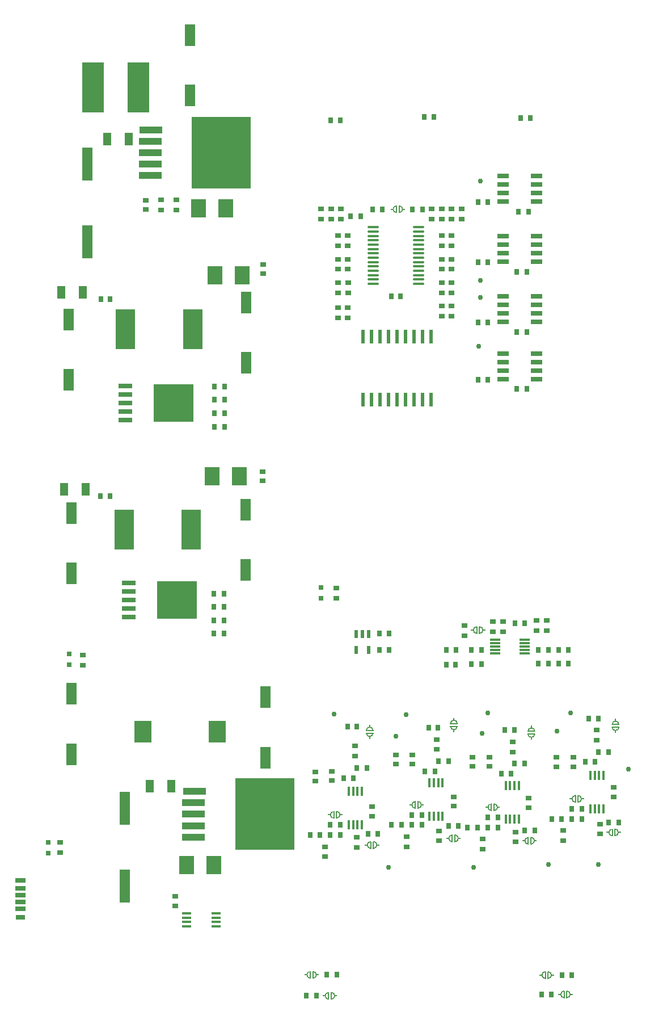
<source format=gtp>
G04 Layer_Color=8421504*
%FSLAX25Y25*%
%MOIN*%
G70*
G01*
G75*
%ADD10C,0.00500*%
%ADD11R,0.05905X0.03150*%
%ADD12R,0.05905X0.02992*%
%ADD13R,0.05905X0.02756*%
%ADD14R,0.05512X0.03150*%
%ADD15R,0.03543X0.03150*%
%ADD16R,0.13780X0.04209*%
%ADD17R,0.35000X0.41968*%
%ADD18R,0.06299X0.19685*%
%ADD19R,0.05905X0.12598*%
%ADD20R,0.03150X0.03543*%
%ADD21R,0.09016X0.10709*%
%ADD22R,0.04724X0.07480*%
%ADD23R,0.11811X0.23622*%
%ADD24R,0.03543X0.02756*%
%ADD25R,0.02756X0.03543*%
%ADD26O,0.01968X0.00787*%
%ADD27O,0.00787X0.01968*%
%ADD28R,0.01575X0.05512*%
%ADD29R,0.07874X0.03150*%
%ADD30R,0.23622X0.22047*%
%ADD31R,0.12598X0.29528*%
%ADD32R,0.02362X0.07874*%
%ADD33R,0.03150X0.03150*%
%ADD34R,0.09842X0.12598*%
%ADD35O,0.07087X0.01378*%
%ADD36R,0.02362X0.04724*%
%ADD37R,0.07087X0.02835*%
%ADD38R,0.05905X0.01181*%
%ADD39C,0.03000*%
%ADD40O,0.05709X0.01575*%
D10*
X571657Y666933D02*
G03*
X571657Y670870I0J1969D01*
G01*
X543370Y571791D02*
G03*
X543370Y575728I0J1969D01*
G01*
X530803Y587110D02*
G03*
X529622Y586717I0J-1969D01*
G01*
X529228Y586323D02*
G03*
X530803Y583173I1575J-1181D01*
G01*
X523850Y662795D02*
G03*
X522276Y665945I-1575J1181D01*
G01*
Y662008D02*
G03*
X523457Y662402I0J1969D01*
G01*
X479146Y664252D02*
G03*
X477571Y667402I-1575J1181D01*
G01*
Y663465D02*
G03*
X478752Y663858I0J1969D01*
G01*
X404937Y570953D02*
G03*
X404937Y574890I0J1969D01*
G01*
X431260Y660327D02*
G03*
X429685Y663476I-1575J1181D01*
G01*
Y659539D02*
G03*
X430866Y659933I0J1969D01*
G01*
X392602Y587240D02*
G03*
X392602Y583303I0J-1969D01*
G01*
X490469Y789688D02*
G03*
X490469Y785751I0J-1969D01*
G01*
X550004Y686618D02*
G03*
X550004Y690555I0J1969D01*
G01*
X548429D02*
G03*
X548429Y686618I0J-1969D01*
G01*
X500622Y681693D02*
G03*
X500622Y685630I0J1969D01*
G01*
X499047D02*
G03*
X499047Y681693I0J-1969D01*
G01*
X455917Y683150D02*
G03*
X455917Y687087I0J1969D01*
G01*
X454343D02*
G03*
X454343Y683150I0J-1969D01*
G01*
X408032Y677256D02*
G03*
X408032Y681193I0J1969D01*
G01*
X406457D02*
G03*
X406457Y677256I0J-1969D01*
G01*
X570031Y730713D02*
G03*
X573969Y730713I1969J0D01*
G01*
X520532Y726713D02*
G03*
X524469Y726713I1969J0D01*
G01*
X475032Y731213D02*
G03*
X478968Y731213I1969J0D01*
G01*
X425531Y727213D02*
G03*
X429468Y727213I1969J0D01*
G01*
X570083Y670870D02*
G03*
X570083Y666933I0J-1969D01*
G01*
X520701Y665945D02*
G03*
X520701Y662008I0J-1969D01*
G01*
X475996Y667402D02*
G03*
X475996Y663465I0J-1969D01*
G01*
X428110Y663476D02*
G03*
X428110Y659539I0J-1969D01*
G01*
X443258Y1036841D02*
G03*
X443258Y1032904I0J-1969D01*
G01*
X541795Y575728D02*
G03*
X541795Y571791I0J-1969D01*
G01*
X532378Y583173D02*
G03*
X532378Y587110I0J1969D01*
G01*
X403362Y574890D02*
G03*
X403362Y570953I0J-1969D01*
G01*
X394177Y583303D02*
G03*
X394177Y587240I0J1969D01*
G01*
X444833Y1032904D02*
G03*
X444833Y1036841I0J1969D01*
G01*
X492043Y785751D02*
G03*
X492043Y789688I0J1969D01*
G01*
X573969Y732287D02*
G03*
X570031Y732287I-1969J0D01*
G01*
X524469Y728287D02*
G03*
X520532Y728287I-1969J0D01*
G01*
X478968Y732787D02*
G03*
X478575Y733968I-1969J0D01*
G01*
X478181Y734362D02*
G03*
X475032Y732787I-1181J-1575D01*
G01*
X429468Y728787D02*
G03*
X427239Y730738I-1969J0D01*
G01*
X425549Y729049D02*
G03*
X425531Y728787I1951J-261D01*
G01*
X427239Y730738D02*
G03*
X425549Y729049I261J-1951D01*
G01*
X478575Y733968D02*
G03*
X478181Y734362I-1575J-1181D01*
G01*
X430866Y659933D02*
G03*
X431260Y660327I-1181J1575D01*
G01*
X478752Y663858D02*
G03*
X479146Y664252I-1181J1575D01*
G01*
X523457Y662402D02*
G03*
X523850Y662795I-1181J1575D01*
G01*
X529622Y586717D02*
G03*
X529228Y586323I1181J-1575D01*
G01*
X571657Y666933D02*
Y670870D01*
X543370Y571791D02*
Y575728D01*
X530803Y583173D02*
Y587110D01*
X522276Y662008D02*
Y665945D01*
X477571Y663465D02*
Y667402D01*
X404937Y570953D02*
Y574890D01*
X429685Y659539D02*
Y663476D01*
X392602Y583303D02*
Y587240D01*
X490469Y785751D02*
Y789688D01*
X550004Y686618D02*
Y690555D01*
X548429Y686618D02*
Y690555D01*
X500622Y681693D02*
Y685630D01*
X499047Y681693D02*
Y685630D01*
X455917Y683150D02*
Y687087D01*
X454343Y683150D02*
Y687087D01*
X408032Y677256D02*
Y681193D01*
X406457Y677256D02*
Y681193D01*
X570031Y730713D02*
X573969D01*
X520532Y726713D02*
X524469D01*
X475032Y731213D02*
X478968D01*
X425531Y727213D02*
X429468D01*
X570083Y666933D02*
Y670870D01*
X520701Y662008D02*
Y665945D01*
X475996Y663465D02*
Y667402D01*
X428110Y659539D02*
Y663476D01*
X443258Y1032904D02*
Y1036841D01*
X541795Y571791D02*
Y575728D01*
X532378Y583173D02*
Y587110D01*
X403362Y570953D02*
Y574890D01*
X394177Y583303D02*
Y587240D01*
X444833Y1032904D02*
Y1036841D01*
X492043Y785751D02*
Y789688D01*
X570031Y732287D02*
X573969D01*
X520532Y728287D02*
X524469D01*
X475032Y732787D02*
X478968D01*
X425531Y728787D02*
X429468D01*
D11*
X222244Y640827D02*
D03*
D12*
Y635984D02*
D03*
Y624016D02*
D03*
D13*
Y631968D02*
D03*
Y628031D02*
D03*
D14*
Y619173D02*
D03*
D15*
X497866Y707559D02*
D03*
Y713071D02*
D03*
X296012Y1034630D02*
D03*
Y1040142D02*
D03*
X364768Y1002476D02*
D03*
Y996965D02*
D03*
X405276Y699303D02*
D03*
Y704815D02*
D03*
X452661Y708984D02*
D03*
Y714496D02*
D03*
X547248Y707484D02*
D03*
Y712996D02*
D03*
X395433Y704421D02*
D03*
Y698910D02*
D03*
X442819Y714496D02*
D03*
Y708984D02*
D03*
X488024Y713071D02*
D03*
Y707559D02*
D03*
X537405Y712996D02*
D03*
Y707484D02*
D03*
X428898Y678437D02*
D03*
Y683949D02*
D03*
X476783Y684331D02*
D03*
Y689843D02*
D03*
X520870Y683492D02*
D03*
Y689004D02*
D03*
X570870Y689768D02*
D03*
Y695280D02*
D03*
X364583Y875346D02*
D03*
Y880858D02*
D03*
X313242Y625758D02*
D03*
Y631270D02*
D03*
D16*
X298516Y1054650D02*
D03*
Y1068051D02*
D03*
Y1061350D02*
D03*
Y1074752D02*
D03*
X298909Y1081453D02*
D03*
X324059Y666157D02*
D03*
Y672858D02*
D03*
Y679559D02*
D03*
Y686260D02*
D03*
X324453Y692961D02*
D03*
D17*
X340248Y1068051D02*
D03*
X365791Y679559D02*
D03*
D18*
X261740Y1061547D02*
D03*
Y1015878D02*
D03*
X283500Y683169D02*
D03*
Y637500D02*
D03*
D19*
X322043Y1137138D02*
D03*
Y1101705D02*
D03*
X354925Y980035D02*
D03*
Y944602D02*
D03*
X250594Y970193D02*
D03*
Y934760D02*
D03*
X252378Y856449D02*
D03*
Y821016D02*
D03*
X354740Y858417D02*
D03*
Y822984D02*
D03*
X366276Y748220D02*
D03*
Y712787D02*
D03*
X252126Y750295D02*
D03*
Y714862D02*
D03*
D20*
X275004Y982004D02*
D03*
X269492D02*
D03*
X462217Y730394D02*
D03*
X467728D02*
D03*
X506921Y728937D02*
D03*
X512433D02*
D03*
X556303Y735831D02*
D03*
X561815D02*
D03*
X414512Y730969D02*
D03*
X420024D02*
D03*
X269307Y866291D02*
D03*
X274819D02*
D03*
X538626Y776031D02*
D03*
X544138D02*
D03*
X538626Y768157D02*
D03*
X544138D02*
D03*
X478012Y767500D02*
D03*
X472500D02*
D03*
X478146Y776031D02*
D03*
X472634D02*
D03*
X513035Y791780D02*
D03*
X518547D02*
D03*
X445636Y983577D02*
D03*
X440124D02*
D03*
X465256Y1089000D02*
D03*
X459744D02*
D03*
X521756Y1088500D02*
D03*
X516244D02*
D03*
X410256Y1087000D02*
D03*
X404744D02*
D03*
X433248Y775902D02*
D03*
X438760D02*
D03*
Y785744D02*
D03*
X433248D02*
D03*
D21*
X326917Y1035244D02*
D03*
X342862D02*
D03*
X336520Y995984D02*
D03*
X352465D02*
D03*
X334957Y878102D02*
D03*
X350902D02*
D03*
X320063Y649827D02*
D03*
X336008D02*
D03*
D22*
X273158Y1076114D02*
D03*
X285756D02*
D03*
X258862Y985941D02*
D03*
X246264D02*
D03*
X298228Y696063D02*
D03*
X310827D02*
D03*
X248047Y870228D02*
D03*
X260646D02*
D03*
D23*
X284059Y964287D02*
D03*
X323429D02*
D03*
X283366Y846673D02*
D03*
X322736D02*
D03*
D24*
X314012Y1040339D02*
D03*
Y1034433D02*
D03*
X305012Y1034433D02*
D03*
Y1040339D02*
D03*
X410726Y1034994D02*
D03*
Y1029089D02*
D03*
X404821Y1034994D02*
D03*
Y1029089D02*
D03*
X398915Y1034994D02*
D03*
Y1029089D02*
D03*
X414663Y1019246D02*
D03*
Y1013341D02*
D03*
X408758Y1013341D02*
D03*
Y1019246D02*
D03*
X414663Y1005467D02*
D03*
Y999561D02*
D03*
X408758Y999561D02*
D03*
Y1005467D02*
D03*
X414758Y991577D02*
D03*
Y985671D02*
D03*
X408758Y985671D02*
D03*
Y991577D02*
D03*
X414663Y976923D02*
D03*
Y971018D02*
D03*
X408758Y971018D02*
D03*
Y976923D02*
D03*
X463876Y1034994D02*
D03*
Y1029089D02*
D03*
X469781Y1034994D02*
D03*
Y1029089D02*
D03*
X469781Y1013341D02*
D03*
Y1019246D02*
D03*
X475687Y1019246D02*
D03*
Y1013341D02*
D03*
X469781Y999561D02*
D03*
Y1005467D02*
D03*
X475687Y1005467D02*
D03*
Y999561D02*
D03*
X469781Y985782D02*
D03*
Y991687D02*
D03*
X475687Y991687D02*
D03*
Y985781D02*
D03*
X469781Y972002D02*
D03*
Y977907D02*
D03*
X475687Y977907D02*
D03*
Y972002D02*
D03*
Y1034994D02*
D03*
Y1029089D02*
D03*
X481593Y1034994D02*
D03*
Y1029089D02*
D03*
X401339Y654618D02*
D03*
Y660524D02*
D03*
X449224Y660512D02*
D03*
Y666417D02*
D03*
X493929Y659055D02*
D03*
Y664961D02*
D03*
X541342Y663980D02*
D03*
Y669886D02*
D03*
X419055Y713673D02*
D03*
Y719579D02*
D03*
X466941Y717598D02*
D03*
Y723504D02*
D03*
X511646Y716142D02*
D03*
Y722047D02*
D03*
X561027Y723035D02*
D03*
Y728941D02*
D03*
X420000Y665906D02*
D03*
Y660000D02*
D03*
X468409Y669854D02*
D03*
Y663949D02*
D03*
X513370Y669201D02*
D03*
Y663295D02*
D03*
X562996Y673823D02*
D03*
Y667917D02*
D03*
X500043Y786858D02*
D03*
Y792764D02*
D03*
X505949Y786858D02*
D03*
Y792764D02*
D03*
X408000Y812453D02*
D03*
Y806547D02*
D03*
X245500Y662953D02*
D03*
Y657047D02*
D03*
X259000Y772953D02*
D03*
Y767047D02*
D03*
X531539Y793295D02*
D03*
Y787390D02*
D03*
X525634Y793295D02*
D03*
Y787390D02*
D03*
X483087Y790251D02*
D03*
Y784345D02*
D03*
D25*
X342130Y930823D02*
D03*
X336224D02*
D03*
X336224Y922949D02*
D03*
X342130D02*
D03*
X336224Y915075D02*
D03*
X342130D02*
D03*
X336224Y907201D02*
D03*
X342130D02*
D03*
X432406Y668000D02*
D03*
X426500D02*
D03*
X479736Y672839D02*
D03*
X473831D02*
D03*
X524441Y669882D02*
D03*
X518535D02*
D03*
X573823Y674807D02*
D03*
X567917D02*
D03*
X425945Y706783D02*
D03*
X420039D02*
D03*
X473831Y710709D02*
D03*
X467925D02*
D03*
X518535Y709252D02*
D03*
X512630D02*
D03*
X567917Y716146D02*
D03*
X562012D02*
D03*
X410197Y673319D02*
D03*
X404291D02*
D03*
X458083Y679213D02*
D03*
X452177D02*
D03*
X502787Y677756D02*
D03*
X496882D02*
D03*
X552169Y682681D02*
D03*
X546264D02*
D03*
X404291Y667413D02*
D03*
X410197D02*
D03*
X452177Y673307D02*
D03*
X458083D02*
D03*
X496882Y671850D02*
D03*
X502787D02*
D03*
X546264Y676776D02*
D03*
X552169D02*
D03*
X412165Y700878D02*
D03*
X418071D02*
D03*
X460051Y704803D02*
D03*
X465957D02*
D03*
X504756Y703346D02*
D03*
X510661D02*
D03*
X554138Y710240D02*
D03*
X560043D02*
D03*
X398386Y667413D02*
D03*
X392480D02*
D03*
X446272Y673307D02*
D03*
X440366D02*
D03*
X490976Y671850D02*
D03*
X485071D02*
D03*
X540358Y676776D02*
D03*
X534453D02*
D03*
X336039Y785583D02*
D03*
X341945D02*
D03*
X336039Y793457D02*
D03*
X341945D02*
D03*
X336039Y801331D02*
D03*
X341945D02*
D03*
X341945Y809205D02*
D03*
X336039D02*
D03*
X532524Y768157D02*
D03*
X526618D02*
D03*
X532524Y776031D02*
D03*
X526618D02*
D03*
X493153Y767658D02*
D03*
X487248D02*
D03*
X493153Y776031D02*
D03*
X487248D02*
D03*
X416305Y1030821D02*
D03*
X422211D02*
D03*
X458628Y1034758D02*
D03*
X452722D02*
D03*
X429100Y1034758D02*
D03*
X435006D02*
D03*
X520835Y1033232D02*
D03*
X514929D02*
D03*
X519807Y998197D02*
D03*
X513902D02*
D03*
X519807Y962764D02*
D03*
X513902D02*
D03*
X519807Y929299D02*
D03*
X513902D02*
D03*
X491157Y1039083D02*
D03*
X497063D02*
D03*
X491157Y1003650D02*
D03*
X497063D02*
D03*
X491157Y968217D02*
D03*
X497063D02*
D03*
X491157Y934752D02*
D03*
X497063D02*
D03*
X528496Y573661D02*
D03*
X534402D02*
D03*
X546354Y585142D02*
D03*
X540449D02*
D03*
X390197Y572921D02*
D03*
X396102D02*
D03*
X408153Y585272D02*
D03*
X402248D02*
D03*
D26*
X432441Y661508D02*
D03*
X425354D02*
D03*
X480327Y665433D02*
D03*
X473240D02*
D03*
X525032Y663976D02*
D03*
X517945D02*
D03*
X574413Y668902D02*
D03*
X567327D02*
D03*
X410787Y679224D02*
D03*
X403701D02*
D03*
X458673Y685118D02*
D03*
X451587D02*
D03*
X503378Y683661D02*
D03*
X496291D02*
D03*
X552760Y688587D02*
D03*
X545673D02*
D03*
X389846Y585272D02*
D03*
X396933D02*
D03*
X494799Y787719D02*
D03*
X487713D02*
D03*
X440502Y1034872D02*
D03*
X447589D02*
D03*
X546126Y573760D02*
D03*
X539039D02*
D03*
X528047Y585142D02*
D03*
X535134D02*
D03*
X407693Y572921D02*
D03*
X400606D02*
D03*
D27*
X427500Y724457D02*
D03*
Y731543D02*
D03*
X477000Y728457D02*
D03*
Y735543D02*
D03*
X522500Y723957D02*
D03*
Y731043D02*
D03*
X572000Y727957D02*
D03*
Y735043D02*
D03*
D28*
X415216Y673311D02*
D03*
X417776D02*
D03*
X420335D02*
D03*
X422894D02*
D03*
Y693012D02*
D03*
X420335D02*
D03*
X417776D02*
D03*
X415216D02*
D03*
X462669Y678342D02*
D03*
X465228D02*
D03*
X467787D02*
D03*
X470346D02*
D03*
Y698043D02*
D03*
X467787D02*
D03*
X465228D02*
D03*
X462669D02*
D03*
X507500Y676740D02*
D03*
X510059D02*
D03*
X512618D02*
D03*
X515177D02*
D03*
Y696441D02*
D03*
X512618D02*
D03*
X510059D02*
D03*
X507500D02*
D03*
X557189Y682673D02*
D03*
X559748D02*
D03*
X562307D02*
D03*
X564866D02*
D03*
Y702374D02*
D03*
X562307D02*
D03*
X559748D02*
D03*
X557189D02*
D03*
D29*
X284059Y930980D02*
D03*
Y925980D02*
D03*
Y920980D02*
D03*
Y915980D02*
D03*
Y910980D02*
D03*
X285842Y795268D02*
D03*
Y800268D02*
D03*
Y805268D02*
D03*
Y810268D02*
D03*
Y815268D02*
D03*
D30*
X312405Y920980D02*
D03*
X314189Y805268D02*
D03*
D31*
X264850Y1106484D02*
D03*
X291622D02*
D03*
D32*
X423677Y960126D02*
D03*
X433677D02*
D03*
X428677D02*
D03*
X453677D02*
D03*
X463677D02*
D03*
X458677D02*
D03*
X438677D02*
D03*
X448677D02*
D03*
X443677D02*
D03*
X423677Y923118D02*
D03*
X428677D02*
D03*
X433677D02*
D03*
X443677D02*
D03*
X438677D02*
D03*
X453677D02*
D03*
X448677D02*
D03*
X463677D02*
D03*
X458677D02*
D03*
D33*
X399000Y806350D02*
D03*
Y812650D02*
D03*
X238500Y656850D02*
D03*
Y663150D02*
D03*
X251000Y767350D02*
D03*
Y773650D02*
D03*
D34*
X337878Y728063D02*
D03*
X294177D02*
D03*
D35*
X429589Y993604D02*
D03*
Y991045D02*
D03*
Y1001282D02*
D03*
Y996163D02*
D03*
Y998722D02*
D03*
Y1003841D02*
D03*
Y1011518D02*
D03*
Y1006400D02*
D03*
Y1008959D02*
D03*
Y1014077D02*
D03*
Y1016636D02*
D03*
Y1024313D02*
D03*
Y1019195D02*
D03*
Y1021754D02*
D03*
X456360Y991045D02*
D03*
Y998722D02*
D03*
Y993604D02*
D03*
Y996163D02*
D03*
Y1001282D02*
D03*
Y1003841D02*
D03*
Y1008959D02*
D03*
Y1011518D02*
D03*
Y1016636D02*
D03*
Y1006400D02*
D03*
Y1014077D02*
D03*
Y1024313D02*
D03*
Y1019195D02*
D03*
Y1021754D02*
D03*
D36*
X419520Y776000D02*
D03*
X423260Y785449D02*
D03*
X427000Y776000D02*
D03*
X419520Y785449D02*
D03*
X427000D02*
D03*
D37*
X505921Y1054457D02*
D03*
X525606Y1049457D02*
D03*
Y1054457D02*
D03*
X505921Y1049457D02*
D03*
Y1039457D02*
D03*
Y1044457D02*
D03*
X525606D02*
D03*
Y1039457D02*
D03*
X505921Y1019024D02*
D03*
X525606Y1014024D02*
D03*
Y1019024D02*
D03*
X505921Y1014024D02*
D03*
Y1004024D02*
D03*
Y1009024D02*
D03*
X525606D02*
D03*
Y1004024D02*
D03*
X505921Y983591D02*
D03*
X525606Y978591D02*
D03*
Y983591D02*
D03*
X505921Y978591D02*
D03*
Y968591D02*
D03*
Y973591D02*
D03*
X525606D02*
D03*
Y968591D02*
D03*
X505921Y950126D02*
D03*
X525606Y945126D02*
D03*
Y950126D02*
D03*
X505921Y945126D02*
D03*
Y935126D02*
D03*
Y940126D02*
D03*
X525606D02*
D03*
Y935126D02*
D03*
D38*
X501224Y781937D02*
D03*
Y779969D02*
D03*
Y778000D02*
D03*
Y776031D02*
D03*
Y774063D02*
D03*
X518547D02*
D03*
Y776031D02*
D03*
Y778000D02*
D03*
Y779969D02*
D03*
Y781937D02*
D03*
D39*
X438500Y648500D02*
D03*
X488500D02*
D03*
X532500Y650000D02*
D03*
X562000D02*
D03*
X443000Y725500D02*
D03*
X493500Y727000D02*
D03*
X537500Y728500D02*
D03*
X579500Y706000D02*
D03*
X406500Y738500D02*
D03*
X449000Y738000D02*
D03*
X497000Y739000D02*
D03*
X545500D02*
D03*
X491500Y954500D02*
D03*
X492500Y983000D02*
D03*
Y993000D02*
D03*
Y1051500D02*
D03*
D40*
X337161Y613661D02*
D03*
Y616221D02*
D03*
Y618780D02*
D03*
Y621339D02*
D03*
X319839Y613661D02*
D03*
Y616221D02*
D03*
Y618780D02*
D03*
Y621339D02*
D03*
M02*

</source>
